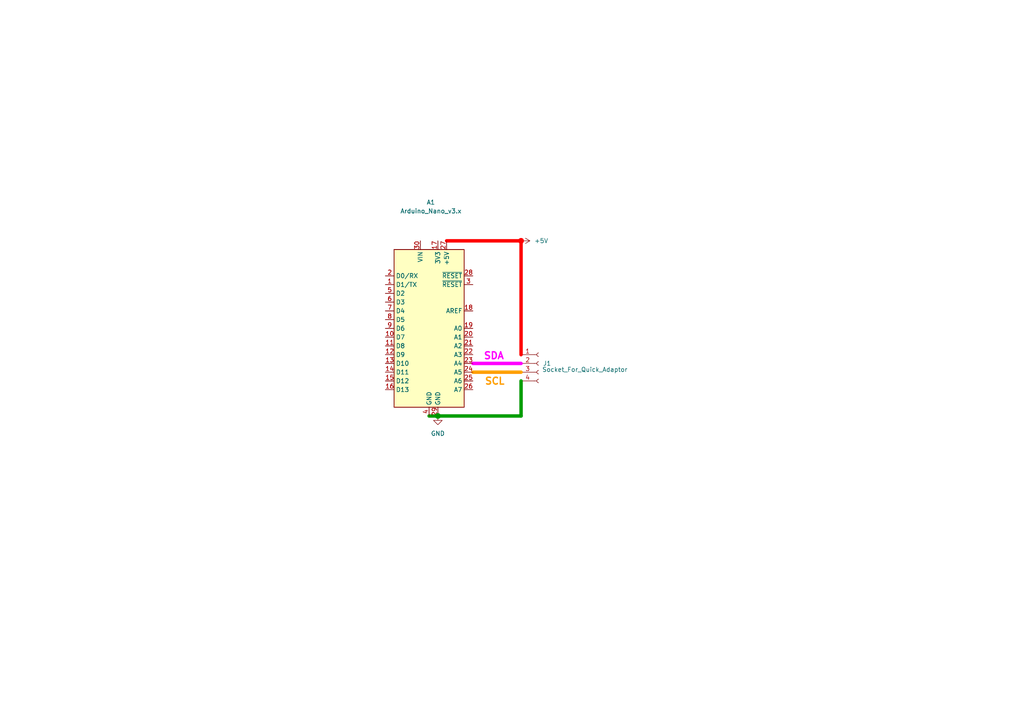
<source format=kicad_sch>
(kicad_sch
	(version 20250114)
	(generator "eeschema")
	(generator_version "9.0")
	(uuid "28369cc4-127f-49f8-adea-12b092ce3471")
	(paper "A4")
	(title_block
		(title "Alphanumeric Display Example PCB")
		(date "2025-06-12")
		(rev "1")
		(company "Ethan Sousa Projects")
	)
	(lib_symbols
		(symbol "Connector:Conn_01x04_Socket"
			(pin_names
				(offset 1.016)
				(hide yes)
			)
			(exclude_from_sim no)
			(in_bom yes)
			(on_board yes)
			(property "Reference" "J"
				(at 0 5.08 0)
				(effects
					(font
						(size 1.27 1.27)
					)
				)
			)
			(property "Value" "Conn_01x04_Socket"
				(at 0 -7.62 0)
				(effects
					(font
						(size 1.27 1.27)
					)
				)
			)
			(property "Footprint" ""
				(at 0 0 0)
				(effects
					(font
						(size 1.27 1.27)
					)
					(hide yes)
				)
			)
			(property "Datasheet" "~"
				(at 0 0 0)
				(effects
					(font
						(size 1.27 1.27)
					)
					(hide yes)
				)
			)
			(property "Description" "Generic connector, single row, 01x04, script generated"
				(at 0 0 0)
				(effects
					(font
						(size 1.27 1.27)
					)
					(hide yes)
				)
			)
			(property "ki_locked" ""
				(at 0 0 0)
				(effects
					(font
						(size 1.27 1.27)
					)
				)
			)
			(property "ki_keywords" "connector"
				(at 0 0 0)
				(effects
					(font
						(size 1.27 1.27)
					)
					(hide yes)
				)
			)
			(property "ki_fp_filters" "Connector*:*_1x??_*"
				(at 0 0 0)
				(effects
					(font
						(size 1.27 1.27)
					)
					(hide yes)
				)
			)
			(symbol "Conn_01x04_Socket_1_1"
				(polyline
					(pts
						(xy -1.27 2.54) (xy -0.508 2.54)
					)
					(stroke
						(width 0.1524)
						(type default)
					)
					(fill
						(type none)
					)
				)
				(polyline
					(pts
						(xy -1.27 0) (xy -0.508 0)
					)
					(stroke
						(width 0.1524)
						(type default)
					)
					(fill
						(type none)
					)
				)
				(polyline
					(pts
						(xy -1.27 -2.54) (xy -0.508 -2.54)
					)
					(stroke
						(width 0.1524)
						(type default)
					)
					(fill
						(type none)
					)
				)
				(polyline
					(pts
						(xy -1.27 -5.08) (xy -0.508 -5.08)
					)
					(stroke
						(width 0.1524)
						(type default)
					)
					(fill
						(type none)
					)
				)
				(arc
					(start 0 2.032)
					(mid -0.5058 2.54)
					(end 0 3.048)
					(stroke
						(width 0.1524)
						(type default)
					)
					(fill
						(type none)
					)
				)
				(arc
					(start 0 -0.508)
					(mid -0.5058 0)
					(end 0 0.508)
					(stroke
						(width 0.1524)
						(type default)
					)
					(fill
						(type none)
					)
				)
				(arc
					(start 0 -3.048)
					(mid -0.5058 -2.54)
					(end 0 -2.032)
					(stroke
						(width 0.1524)
						(type default)
					)
					(fill
						(type none)
					)
				)
				(arc
					(start 0 -5.588)
					(mid -0.5058 -5.08)
					(end 0 -4.572)
					(stroke
						(width 0.1524)
						(type default)
					)
					(fill
						(type none)
					)
				)
				(pin passive line
					(at -5.08 2.54 0)
					(length 3.81)
					(name "Pin_1"
						(effects
							(font
								(size 1.27 1.27)
							)
						)
					)
					(number "1"
						(effects
							(font
								(size 1.27 1.27)
							)
						)
					)
				)
				(pin passive line
					(at -5.08 0 0)
					(length 3.81)
					(name "Pin_2"
						(effects
							(font
								(size 1.27 1.27)
							)
						)
					)
					(number "2"
						(effects
							(font
								(size 1.27 1.27)
							)
						)
					)
				)
				(pin passive line
					(at -5.08 -2.54 0)
					(length 3.81)
					(name "Pin_3"
						(effects
							(font
								(size 1.27 1.27)
							)
						)
					)
					(number "3"
						(effects
							(font
								(size 1.27 1.27)
							)
						)
					)
				)
				(pin passive line
					(at -5.08 -5.08 0)
					(length 3.81)
					(name "Pin_4"
						(effects
							(font
								(size 1.27 1.27)
							)
						)
					)
					(number "4"
						(effects
							(font
								(size 1.27 1.27)
							)
						)
					)
				)
			)
			(embedded_fonts no)
		)
		(symbol "MCU_Module:Arduino_Nano_v3.x"
			(exclude_from_sim no)
			(in_bom yes)
			(on_board yes)
			(property "Reference" "A"
				(at -10.16 23.495 0)
				(effects
					(font
						(size 1.27 1.27)
					)
					(justify left bottom)
				)
			)
			(property "Value" "Arduino_Nano_v3.x"
				(at 5.08 -24.13 0)
				(effects
					(font
						(size 1.27 1.27)
					)
					(justify left top)
				)
			)
			(property "Footprint" "Module:Arduino_Nano"
				(at 0 0 0)
				(effects
					(font
						(size 1.27 1.27)
						(italic yes)
					)
					(hide yes)
				)
			)
			(property "Datasheet" "http://www.mouser.com/pdfdocs/Gravitech_Arduino_Nano3_0.pdf"
				(at 0 0 0)
				(effects
					(font
						(size 1.27 1.27)
					)
					(hide yes)
				)
			)
			(property "Description" "Arduino Nano v3.x"
				(at 0 0 0)
				(effects
					(font
						(size 1.27 1.27)
					)
					(hide yes)
				)
			)
			(property "ki_keywords" "Arduino nano microcontroller module USB"
				(at 0 0 0)
				(effects
					(font
						(size 1.27 1.27)
					)
					(hide yes)
				)
			)
			(property "ki_fp_filters" "Arduino*Nano*"
				(at 0 0 0)
				(effects
					(font
						(size 1.27 1.27)
					)
					(hide yes)
				)
			)
			(symbol "Arduino_Nano_v3.x_0_1"
				(rectangle
					(start -10.16 22.86)
					(end 10.16 -22.86)
					(stroke
						(width 0.254)
						(type default)
					)
					(fill
						(type background)
					)
				)
			)
			(symbol "Arduino_Nano_v3.x_1_1"
				(pin bidirectional line
					(at -12.7 15.24 0)
					(length 2.54)
					(name "D0/RX"
						(effects
							(font
								(size 1.27 1.27)
							)
						)
					)
					(number "2"
						(effects
							(font
								(size 1.27 1.27)
							)
						)
					)
				)
				(pin bidirectional line
					(at -12.7 12.7 0)
					(length 2.54)
					(name "D1/TX"
						(effects
							(font
								(size 1.27 1.27)
							)
						)
					)
					(number "1"
						(effects
							(font
								(size 1.27 1.27)
							)
						)
					)
				)
				(pin bidirectional line
					(at -12.7 10.16 0)
					(length 2.54)
					(name "D2"
						(effects
							(font
								(size 1.27 1.27)
							)
						)
					)
					(number "5"
						(effects
							(font
								(size 1.27 1.27)
							)
						)
					)
				)
				(pin bidirectional line
					(at -12.7 7.62 0)
					(length 2.54)
					(name "D3"
						(effects
							(font
								(size 1.27 1.27)
							)
						)
					)
					(number "6"
						(effects
							(font
								(size 1.27 1.27)
							)
						)
					)
				)
				(pin bidirectional line
					(at -12.7 5.08 0)
					(length 2.54)
					(name "D4"
						(effects
							(font
								(size 1.27 1.27)
							)
						)
					)
					(number "7"
						(effects
							(font
								(size 1.27 1.27)
							)
						)
					)
				)
				(pin bidirectional line
					(at -12.7 2.54 0)
					(length 2.54)
					(name "D5"
						(effects
							(font
								(size 1.27 1.27)
							)
						)
					)
					(number "8"
						(effects
							(font
								(size 1.27 1.27)
							)
						)
					)
				)
				(pin bidirectional line
					(at -12.7 0 0)
					(length 2.54)
					(name "D6"
						(effects
							(font
								(size 1.27 1.27)
							)
						)
					)
					(number "9"
						(effects
							(font
								(size 1.27 1.27)
							)
						)
					)
				)
				(pin bidirectional line
					(at -12.7 -2.54 0)
					(length 2.54)
					(name "D7"
						(effects
							(font
								(size 1.27 1.27)
							)
						)
					)
					(number "10"
						(effects
							(font
								(size 1.27 1.27)
							)
						)
					)
				)
				(pin bidirectional line
					(at -12.7 -5.08 0)
					(length 2.54)
					(name "D8"
						(effects
							(font
								(size 1.27 1.27)
							)
						)
					)
					(number "11"
						(effects
							(font
								(size 1.27 1.27)
							)
						)
					)
				)
				(pin bidirectional line
					(at -12.7 -7.62 0)
					(length 2.54)
					(name "D9"
						(effects
							(font
								(size 1.27 1.27)
							)
						)
					)
					(number "12"
						(effects
							(font
								(size 1.27 1.27)
							)
						)
					)
				)
				(pin bidirectional line
					(at -12.7 -10.16 0)
					(length 2.54)
					(name "D10"
						(effects
							(font
								(size 1.27 1.27)
							)
						)
					)
					(number "13"
						(effects
							(font
								(size 1.27 1.27)
							)
						)
					)
				)
				(pin bidirectional line
					(at -12.7 -12.7 0)
					(length 2.54)
					(name "D11"
						(effects
							(font
								(size 1.27 1.27)
							)
						)
					)
					(number "14"
						(effects
							(font
								(size 1.27 1.27)
							)
						)
					)
				)
				(pin bidirectional line
					(at -12.7 -15.24 0)
					(length 2.54)
					(name "D12"
						(effects
							(font
								(size 1.27 1.27)
							)
						)
					)
					(number "15"
						(effects
							(font
								(size 1.27 1.27)
							)
						)
					)
				)
				(pin bidirectional line
					(at -12.7 -17.78 0)
					(length 2.54)
					(name "D13"
						(effects
							(font
								(size 1.27 1.27)
							)
						)
					)
					(number "16"
						(effects
							(font
								(size 1.27 1.27)
							)
						)
					)
				)
				(pin power_in line
					(at -2.54 25.4 270)
					(length 2.54)
					(name "VIN"
						(effects
							(font
								(size 1.27 1.27)
							)
						)
					)
					(number "30"
						(effects
							(font
								(size 1.27 1.27)
							)
						)
					)
				)
				(pin power_in line
					(at 0 -25.4 90)
					(length 2.54)
					(name "GND"
						(effects
							(font
								(size 1.27 1.27)
							)
						)
					)
					(number "4"
						(effects
							(font
								(size 1.27 1.27)
							)
						)
					)
				)
				(pin power_out line
					(at 2.54 25.4 270)
					(length 2.54)
					(name "3V3"
						(effects
							(font
								(size 1.27 1.27)
							)
						)
					)
					(number "17"
						(effects
							(font
								(size 1.27 1.27)
							)
						)
					)
				)
				(pin power_in line
					(at 2.54 -25.4 90)
					(length 2.54)
					(name "GND"
						(effects
							(font
								(size 1.27 1.27)
							)
						)
					)
					(number "29"
						(effects
							(font
								(size 1.27 1.27)
							)
						)
					)
				)
				(pin power_out line
					(at 5.08 25.4 270)
					(length 2.54)
					(name "+5V"
						(effects
							(font
								(size 1.27 1.27)
							)
						)
					)
					(number "27"
						(effects
							(font
								(size 1.27 1.27)
							)
						)
					)
				)
				(pin input line
					(at 12.7 15.24 180)
					(length 2.54)
					(name "~{RESET}"
						(effects
							(font
								(size 1.27 1.27)
							)
						)
					)
					(number "28"
						(effects
							(font
								(size 1.27 1.27)
							)
						)
					)
				)
				(pin input line
					(at 12.7 12.7 180)
					(length 2.54)
					(name "~{RESET}"
						(effects
							(font
								(size 1.27 1.27)
							)
						)
					)
					(number "3"
						(effects
							(font
								(size 1.27 1.27)
							)
						)
					)
				)
				(pin input line
					(at 12.7 5.08 180)
					(length 2.54)
					(name "AREF"
						(effects
							(font
								(size 1.27 1.27)
							)
						)
					)
					(number "18"
						(effects
							(font
								(size 1.27 1.27)
							)
						)
					)
				)
				(pin bidirectional line
					(at 12.7 0 180)
					(length 2.54)
					(name "A0"
						(effects
							(font
								(size 1.27 1.27)
							)
						)
					)
					(number "19"
						(effects
							(font
								(size 1.27 1.27)
							)
						)
					)
				)
				(pin bidirectional line
					(at 12.7 -2.54 180)
					(length 2.54)
					(name "A1"
						(effects
							(font
								(size 1.27 1.27)
							)
						)
					)
					(number "20"
						(effects
							(font
								(size 1.27 1.27)
							)
						)
					)
				)
				(pin bidirectional line
					(at 12.7 -5.08 180)
					(length 2.54)
					(name "A2"
						(effects
							(font
								(size 1.27 1.27)
							)
						)
					)
					(number "21"
						(effects
							(font
								(size 1.27 1.27)
							)
						)
					)
				)
				(pin bidirectional line
					(at 12.7 -7.62 180)
					(length 2.54)
					(name "A3"
						(effects
							(font
								(size 1.27 1.27)
							)
						)
					)
					(number "22"
						(effects
							(font
								(size 1.27 1.27)
							)
						)
					)
				)
				(pin bidirectional line
					(at 12.7 -10.16 180)
					(length 2.54)
					(name "A4"
						(effects
							(font
								(size 1.27 1.27)
							)
						)
					)
					(number "23"
						(effects
							(font
								(size 1.27 1.27)
							)
						)
					)
				)
				(pin bidirectional line
					(at 12.7 -12.7 180)
					(length 2.54)
					(name "A5"
						(effects
							(font
								(size 1.27 1.27)
							)
						)
					)
					(number "24"
						(effects
							(font
								(size 1.27 1.27)
							)
						)
					)
				)
				(pin bidirectional line
					(at 12.7 -15.24 180)
					(length 2.54)
					(name "A6"
						(effects
							(font
								(size 1.27 1.27)
							)
						)
					)
					(number "25"
						(effects
							(font
								(size 1.27 1.27)
							)
						)
					)
				)
				(pin bidirectional line
					(at 12.7 -17.78 180)
					(length 2.54)
					(name "A7"
						(effects
							(font
								(size 1.27 1.27)
							)
						)
					)
					(number "26"
						(effects
							(font
								(size 1.27 1.27)
							)
						)
					)
				)
			)
			(embedded_fonts no)
		)
		(symbol "power:+5V"
			(power)
			(pin_numbers
				(hide yes)
			)
			(pin_names
				(offset 0)
				(hide yes)
			)
			(exclude_from_sim no)
			(in_bom yes)
			(on_board yes)
			(property "Reference" "#PWR"
				(at 0 -3.81 0)
				(effects
					(font
						(size 1.27 1.27)
					)
					(hide yes)
				)
			)
			(property "Value" "+5V"
				(at 0 3.556 0)
				(effects
					(font
						(size 1.27 1.27)
					)
				)
			)
			(property "Footprint" ""
				(at 0 0 0)
				(effects
					(font
						(size 1.27 1.27)
					)
					(hide yes)
				)
			)
			(property "Datasheet" ""
				(at 0 0 0)
				(effects
					(font
						(size 1.27 1.27)
					)
					(hide yes)
				)
			)
			(property "Description" "Power symbol creates a global label with name \"+5V\""
				(at 0 0 0)
				(effects
					(font
						(size 1.27 1.27)
					)
					(hide yes)
				)
			)
			(property "ki_keywords" "global power"
				(at 0 0 0)
				(effects
					(font
						(size 1.27 1.27)
					)
					(hide yes)
				)
			)
			(symbol "+5V_0_1"
				(polyline
					(pts
						(xy -0.762 1.27) (xy 0 2.54)
					)
					(stroke
						(width 0)
						(type default)
					)
					(fill
						(type none)
					)
				)
				(polyline
					(pts
						(xy 0 2.54) (xy 0.762 1.27)
					)
					(stroke
						(width 0)
						(type default)
					)
					(fill
						(type none)
					)
				)
				(polyline
					(pts
						(xy 0 0) (xy 0 2.54)
					)
					(stroke
						(width 0)
						(type default)
					)
					(fill
						(type none)
					)
				)
			)
			(symbol "+5V_1_1"
				(pin power_in line
					(at 0 0 90)
					(length 0)
					(name "~"
						(effects
							(font
								(size 1.27 1.27)
							)
						)
					)
					(number "1"
						(effects
							(font
								(size 1.27 1.27)
							)
						)
					)
				)
			)
			(embedded_fonts no)
		)
		(symbol "power:GND"
			(power)
			(pin_numbers
				(hide yes)
			)
			(pin_names
				(offset 0)
				(hide yes)
			)
			(exclude_from_sim no)
			(in_bom yes)
			(on_board yes)
			(property "Reference" "#PWR"
				(at 0 -6.35 0)
				(effects
					(font
						(size 1.27 1.27)
					)
					(hide yes)
				)
			)
			(property "Value" "GND"
				(at 0 -3.81 0)
				(effects
					(font
						(size 1.27 1.27)
					)
				)
			)
			(property "Footprint" ""
				(at 0 0 0)
				(effects
					(font
						(size 1.27 1.27)
					)
					(hide yes)
				)
			)
			(property "Datasheet" ""
				(at 0 0 0)
				(effects
					(font
						(size 1.27 1.27)
					)
					(hide yes)
				)
			)
			(property "Description" "Power symbol creates a global label with name \"GND\" , ground"
				(at 0 0 0)
				(effects
					(font
						(size 1.27 1.27)
					)
					(hide yes)
				)
			)
			(property "ki_keywords" "global power"
				(at 0 0 0)
				(effects
					(font
						(size 1.27 1.27)
					)
					(hide yes)
				)
			)
			(symbol "GND_0_1"
				(polyline
					(pts
						(xy 0 0) (xy 0 -1.27) (xy 1.27 -1.27) (xy 0 -2.54) (xy -1.27 -1.27) (xy 0 -1.27)
					)
					(stroke
						(width 0)
						(type default)
					)
					(fill
						(type none)
					)
				)
			)
			(symbol "GND_1_1"
				(pin power_in line
					(at 0 0 270)
					(length 0)
					(name "~"
						(effects
							(font
								(size 1.27 1.27)
							)
						)
					)
					(number "1"
						(effects
							(font
								(size 1.27 1.27)
							)
						)
					)
				)
			)
			(embedded_fonts no)
		)
	)
	(text "SCL"
		(exclude_from_sim no)
		(at 143.51 110.744 0)
		(effects
			(font
				(size 2 2)
				(thickness 0.4)
				(bold yes)
				(color 255 153 0 1)
			)
		)
		(uuid "2b18bd97-eece-4548-9155-e51597198c04")
	)
	(text "SDA"
		(exclude_from_sim no)
		(at 143.256 103.378 0)
		(effects
			(font
				(size 2 2)
				(thickness 0.4)
				(bold yes)
				(color 255 0 255 1)
			)
		)
		(uuid "8dccc281-edfa-455b-8370-7330f51c66c5")
	)
	(junction
		(at 127 120.65)
		(diameter 1.5)
		(color 0 0 0 0)
		(uuid "68b7b763-de43-4e6b-95a5-9391abaa94eb")
	)
	(junction
		(at 151.13 69.85)
		(diameter 1.5)
		(color 255 0 0 1)
		(uuid "9e4f710e-1b72-4e94-b8bd-955b104aa081")
	)
	(wire
		(pts
			(xy 151.13 120.65) (xy 127 120.65)
		)
		(stroke
			(width 1)
			(type default)
		)
		(uuid "2510ff52-ddd4-4bd2-b515-5bc1c0f84b31")
	)
	(wire
		(pts
			(xy 151.13 110.49) (xy 151.13 120.65)
		)
		(stroke
			(width 1)
			(type default)
		)
		(uuid "33985d2f-3062-42d0-8961-e8af889817e9")
	)
	(wire
		(pts
			(xy 129.54 69.85) (xy 151.13 69.85)
		)
		(stroke
			(width 1)
			(type default)
			(color 255 0 0 1)
		)
		(uuid "4d358180-0728-4703-999b-335999b7ee28")
	)
	(wire
		(pts
			(xy 137.16 107.95) (xy 151.13 107.95)
		)
		(stroke
			(width 1)
			(type default)
			(color 255 153 0 1)
		)
		(uuid "9c6d39c0-5dd6-4dc5-9fc8-7d2503958461")
	)
	(wire
		(pts
			(xy 151.13 69.85) (xy 151.13 102.87)
		)
		(stroke
			(width 1)
			(type default)
			(color 255 0 0 1)
		)
		(uuid "b46d81b1-18d5-47bc-b312-2a738e6899cf")
	)
	(wire
		(pts
			(xy 137.16 105.41) (xy 151.13 105.41)
		)
		(stroke
			(width 1)
			(type default)
			(color 255 0 255 1)
		)
		(uuid "d2b8f332-f5e4-448a-8b24-8526168790ab")
	)
	(wire
		(pts
			(xy 127 120.65) (xy 124.46 120.65)
		)
		(stroke
			(width 1)
			(type default)
		)
		(uuid "f80cb922-a2d2-4e1e-be0c-e8056f68311b")
	)
	(symbol
		(lib_id "power:GND")
		(at 127 120.65 0)
		(unit 1)
		(exclude_from_sim no)
		(in_bom yes)
		(on_board yes)
		(dnp no)
		(fields_autoplaced yes)
		(uuid "20df809e-8d41-4596-ad6c-0fecfc58b82e")
		(property "Reference" "#PWR01"
			(at 127 127 0)
			(effects
				(font
					(size 1.27 1.27)
				)
				(hide yes)
			)
		)
		(property "Value" "GND"
			(at 127 125.73 0)
			(effects
				(font
					(size 1.27 1.27)
				)
			)
		)
		(property "Footprint" ""
			(at 127 120.65 0)
			(effects
				(font
					(size 1.27 1.27)
				)
				(hide yes)
			)
		)
		(property "Datasheet" ""
			(at 127 120.65 0)
			(effects
				(font
					(size 1.27 1.27)
				)
				(hide yes)
			)
		)
		(property "Description" "Power symbol creates a global label with name \"GND\" , ground"
			(at 127 120.65 0)
			(effects
				(font
					(size 1.27 1.27)
				)
				(hide yes)
			)
		)
		(pin "1"
			(uuid "7a80f654-869c-4df3-8562-419e0c51a8e4")
		)
		(instances
			(project ""
				(path "/28369cc4-127f-49f8-adea-12b092ce3471"
					(reference "#PWR01")
					(unit 1)
				)
			)
		)
	)
	(symbol
		(lib_id "MCU_Module:Arduino_Nano_v3.x")
		(at 124.46 95.25 0)
		(unit 1)
		(exclude_from_sim no)
		(in_bom yes)
		(on_board yes)
		(dnp no)
		(uuid "5bfded71-bdbe-4c54-ac73-c4bc29252434")
		(property "Reference" "A1"
			(at 123.698 58.674 0)
			(effects
				(font
					(size 1.27 1.27)
				)
				(justify left)
			)
		)
		(property "Value" "Arduino_Nano_v3.x"
			(at 116.078 61.214 0)
			(effects
				(font
					(size 1.27 1.27)
				)
				(justify left)
			)
		)
		(property "Footprint" "Module:Arduino_Nano"
			(at 124.46 95.25 0)
			(effects
				(font
					(size 1.27 1.27)
					(italic yes)
				)
				(hide yes)
			)
		)
		(property "Datasheet" "http://www.mouser.com/pdfdocs/Gravitech_Arduino_Nano3_0.pdf"
			(at 124.46 95.25 0)
			(effects
				(font
					(size 1.27 1.27)
				)
				(hide yes)
			)
		)
		(property "Description" "Arduino Nano v3.x"
			(at 124.46 95.25 0)
			(effects
				(font
					(size 1.27 1.27)
				)
				(hide yes)
			)
		)
		(pin "7"
			(uuid "73cfc922-1595-4485-82be-f2a5e7c18758")
		)
		(pin "12"
			(uuid "dc1e5d74-71e0-453c-bcae-5f731c76c94e")
		)
		(pin "15"
			(uuid "8177f660-38ef-4daa-b3bf-e528f3311371")
		)
		(pin "8"
			(uuid "c1f00034-8340-4fc6-b225-a40c52e39140")
		)
		(pin "10"
			(uuid "5a9216c8-59e6-4bb4-a6ee-0be42b2db5c6")
		)
		(pin "13"
			(uuid "cec23af7-dd2d-4675-9e59-35caa019e6ea")
		)
		(pin "16"
			(uuid "be5a230e-1a9f-411a-ae64-658b172c9acc")
		)
		(pin "6"
			(uuid "79a23de9-d6ae-4ee7-8c4b-de9f36e95f49")
		)
		(pin "17"
			(uuid "d973f190-17f7-4a42-9974-f7828f02f69c")
		)
		(pin "9"
			(uuid "b38b522a-9ccd-49ca-bebf-05283a98e687")
		)
		(pin "29"
			(uuid "01e97aa0-f4ee-40b2-924f-35b13fa21259")
		)
		(pin "30"
			(uuid "8c73a493-5169-4142-9064-160f3c547a6b")
		)
		(pin "19"
			(uuid "592c7f79-d585-4532-be53-4274ab7544a1")
		)
		(pin "4"
			(uuid "68dbfd3b-768c-4b5d-9c3e-e6c42c6fa684")
		)
		(pin "27"
			(uuid "4a55324e-15d9-4e1f-968a-e4fb4496aeae")
		)
		(pin "20"
			(uuid "7b116356-dc0c-4548-a8e4-72dad49b7de3")
		)
		(pin "24"
			(uuid "8fcd3c78-e943-48b0-a064-f6bb0a44509f")
		)
		(pin "5"
			(uuid "388041e1-9480-4477-8c59-2aa3e2d159de")
		)
		(pin "3"
			(uuid "fd2f2905-9f6a-44e8-b61f-cae65e0c809d")
		)
		(pin "23"
			(uuid "6aa52bde-29d9-4042-9caf-4864c5113555")
		)
		(pin "28"
			(uuid "2d848cf1-0381-4a81-81ea-ac0479565f8b")
		)
		(pin "21"
			(uuid "e40771ce-791c-4f37-9583-05ead5cb96e6")
		)
		(pin "22"
			(uuid "eb7e15e1-d821-42c2-89ce-83c9080031f8")
		)
		(pin "1"
			(uuid "181ffe1b-6138-4b48-9c24-0decd3e48c2e")
		)
		(pin "25"
			(uuid "44508f6f-6c43-4a8a-9aab-9dcbfc46d6dc")
		)
		(pin "14"
			(uuid "26b880ee-29f2-4444-9305-e3743bfceb72")
		)
		(pin "26"
			(uuid "4245c09e-2e32-4d10-a56c-0f359d37d6d3")
		)
		(pin "11"
			(uuid "4e1bc943-6429-49e7-a5a6-b5b9a6600ce8")
		)
		(pin "2"
			(uuid "b37bccb4-86ab-4bf3-8b5d-999be2d2a485")
		)
		(pin "18"
			(uuid "97492ab5-d1ee-402e-93f5-0a462e8e133b")
		)
		(instances
			(project ""
				(path "/28369cc4-127f-49f8-adea-12b092ce3471"
					(reference "A1")
					(unit 1)
				)
			)
		)
	)
	(symbol
		(lib_id "Connector:Conn_01x04_Socket")
		(at 156.21 105.41 0)
		(unit 1)
		(exclude_from_sim no)
		(in_bom yes)
		(on_board yes)
		(dnp no)
		(uuid "7f88e889-9439-47e9-b202-5b32fb261afe")
		(property "Reference" "J1"
			(at 157.48 105.4099 0)
			(effects
				(font
					(size 1.27 1.27)
				)
				(justify left)
			)
		)
		(property "Value" "Socket_For_Quick_Adaptor"
			(at 157.226 107.188 0)
			(effects
				(font
					(size 1.27 1.27)
				)
				(justify left)
			)
		)
		(property "Footprint" "Connector_PinSocket_2.54mm:PinSocket_1x04_P2.54mm_Vertical"
			(at 156.21 105.41 0)
			(effects
				(font
					(size 1.27 1.27)
				)
				(hide yes)
			)
		)
		(property "Datasheet" "~"
			(at 156.21 105.41 0)
			(effects
				(font
					(size 1.27 1.27)
				)
				(hide yes)
			)
		)
		(property "Description" "Generic connector, single row, 01x04, script generated"
			(at 156.21 105.41 0)
			(effects
				(font
					(size 1.27 1.27)
				)
				(hide yes)
			)
		)
		(pin "1"
			(uuid "6312f39c-d0d7-4d08-b547-1a6cb77ffda8")
		)
		(pin "4"
			(uuid "975afe9f-5bdc-4cf0-afbd-378bb6ca9033")
		)
		(pin "2"
			(uuid "011e38f8-989f-4a24-8254-936fc9933ae3")
		)
		(pin "3"
			(uuid "8758cd64-989b-4c55-a1d3-79e40c242ff8")
		)
		(instances
			(project ""
				(path "/28369cc4-127f-49f8-adea-12b092ce3471"
					(reference "J1")
					(unit 1)
				)
			)
		)
	)
	(symbol
		(lib_id "power:+5V")
		(at 151.13 69.85 270)
		(unit 1)
		(exclude_from_sim no)
		(in_bom yes)
		(on_board yes)
		(dnp no)
		(fields_autoplaced yes)
		(uuid "964fc623-0e55-402b-8103-380566b17c8f")
		(property "Reference" "#PWR02"
			(at 147.32 69.85 0)
			(effects
				(font
					(size 1.27 1.27)
				)
				(hide yes)
			)
		)
		(property "Value" "+5V"
			(at 154.94 69.8499 90)
			(effects
				(font
					(size 1.27 1.27)
				)
				(justify left)
			)
		)
		(property "Footprint" ""
			(at 151.13 69.85 0)
			(effects
				(font
					(size 1.27 1.27)
				)
				(hide yes)
			)
		)
		(property "Datasheet" ""
			(at 151.13 69.85 0)
			(effects
				(font
					(size 1.27 1.27)
				)
				(hide yes)
			)
		)
		(property "Description" "Power symbol creates a global label with name \"+5V\""
			(at 151.13 69.85 0)
			(effects
				(font
					(size 1.27 1.27)
				)
				(hide yes)
			)
		)
		(pin "1"
			(uuid "6929765d-b655-43b7-b034-b95f5a850ad3")
		)
		(instances
			(project ""
				(path "/28369cc4-127f-49f8-adea-12b092ce3471"
					(reference "#PWR02")
					(unit 1)
				)
			)
		)
	)
	(sheet_instances
		(path "/"
			(page "1")
		)
	)
	(embedded_fonts no)
)

</source>
